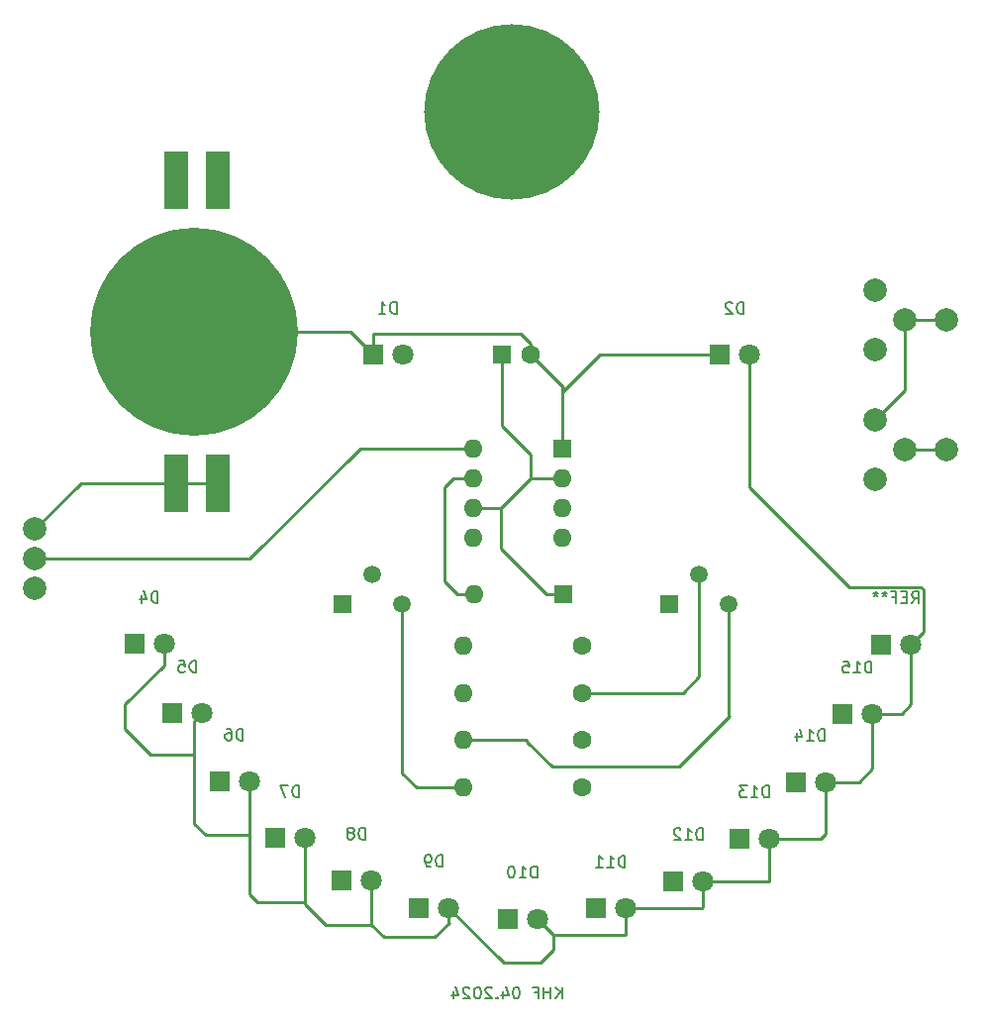
<source format=gbr>
%TF.GenerationSoftware,KiCad,Pcbnew,7.0.8*%
%TF.CreationDate,2024-04-06T10:04:34+02:00*%
%TF.ProjectId,Smiley,536d696c-6579-42e6-9b69-6361645f7063,rev?*%
%TF.SameCoordinates,Original*%
%TF.FileFunction,Copper,L2,Bot*%
%TF.FilePolarity,Positive*%
%FSLAX46Y46*%
G04 Gerber Fmt 4.6, Leading zero omitted, Abs format (unit mm)*
G04 Created by KiCad (PCBNEW 7.0.8) date 2024-04-06 10:04:34*
%MOMM*%
%LPD*%
G01*
G04 APERTURE LIST*
%ADD10C,0.150000*%
%TA.AperFunction,NonConductor*%
%ADD11C,0.150000*%
%TD*%
%TA.AperFunction,SMDPad,CuDef*%
%ADD12C,15.000000*%
%TD*%
%TA.AperFunction,ComponentPad*%
%ADD13R,1.800000X1.800000*%
%TD*%
%TA.AperFunction,ComponentPad*%
%ADD14C,1.800000*%
%TD*%
%TA.AperFunction,SMDPad,CuDef*%
%ADD15R,2.000000X5.000000*%
%TD*%
%TA.AperFunction,SMDPad,CuDef*%
%ADD16C,17.780000*%
%TD*%
%TA.AperFunction,ComponentPad*%
%ADD17R,1.600000X1.600000*%
%TD*%
%TA.AperFunction,ComponentPad*%
%ADD18O,1.600000X1.600000*%
%TD*%
%TA.AperFunction,ComponentPad*%
%ADD19R,1.500000X1.500000*%
%TD*%
%TA.AperFunction,ComponentPad*%
%ADD20C,1.500000*%
%TD*%
%TA.AperFunction,ComponentPad*%
%ADD21C,2.000000*%
%TD*%
%TA.AperFunction,ComponentPad*%
%ADD22C,1.600000*%
%TD*%
%TA.AperFunction,Conductor*%
%ADD23C,0.250000*%
%TD*%
G04 APERTURE END LIST*
D10*
D11*
X84063220Y-105969819D02*
X84063220Y-104969819D01*
X83491792Y-105969819D02*
X83920363Y-105398390D01*
X83491792Y-104969819D02*
X84063220Y-105541247D01*
X83063220Y-105969819D02*
X83063220Y-104969819D01*
X83063220Y-105446009D02*
X82491792Y-105446009D01*
X82491792Y-105969819D02*
X82491792Y-104969819D01*
X81682268Y-105446009D02*
X82015601Y-105446009D01*
X82015601Y-105969819D02*
X82015601Y-104969819D01*
X82015601Y-104969819D02*
X81539411Y-104969819D01*
X80206077Y-104969819D02*
X80110839Y-104969819D01*
X80110839Y-104969819D02*
X80015601Y-105017438D01*
X80015601Y-105017438D02*
X79967982Y-105065057D01*
X79967982Y-105065057D02*
X79920363Y-105160295D01*
X79920363Y-105160295D02*
X79872744Y-105350771D01*
X79872744Y-105350771D02*
X79872744Y-105588866D01*
X79872744Y-105588866D02*
X79920363Y-105779342D01*
X79920363Y-105779342D02*
X79967982Y-105874580D01*
X79967982Y-105874580D02*
X80015601Y-105922200D01*
X80015601Y-105922200D02*
X80110839Y-105969819D01*
X80110839Y-105969819D02*
X80206077Y-105969819D01*
X80206077Y-105969819D02*
X80301315Y-105922200D01*
X80301315Y-105922200D02*
X80348934Y-105874580D01*
X80348934Y-105874580D02*
X80396553Y-105779342D01*
X80396553Y-105779342D02*
X80444172Y-105588866D01*
X80444172Y-105588866D02*
X80444172Y-105350771D01*
X80444172Y-105350771D02*
X80396553Y-105160295D01*
X80396553Y-105160295D02*
X80348934Y-105065057D01*
X80348934Y-105065057D02*
X80301315Y-105017438D01*
X80301315Y-105017438D02*
X80206077Y-104969819D01*
X79015601Y-105303152D02*
X79015601Y-105969819D01*
X79253696Y-104922200D02*
X79491791Y-105636485D01*
X79491791Y-105636485D02*
X78872744Y-105636485D01*
X78491791Y-105874580D02*
X78444172Y-105922200D01*
X78444172Y-105922200D02*
X78491791Y-105969819D01*
X78491791Y-105969819D02*
X78539410Y-105922200D01*
X78539410Y-105922200D02*
X78491791Y-105874580D01*
X78491791Y-105874580D02*
X78491791Y-105969819D01*
X78063220Y-105065057D02*
X78015601Y-105017438D01*
X78015601Y-105017438D02*
X77920363Y-104969819D01*
X77920363Y-104969819D02*
X77682268Y-104969819D01*
X77682268Y-104969819D02*
X77587030Y-105017438D01*
X77587030Y-105017438D02*
X77539411Y-105065057D01*
X77539411Y-105065057D02*
X77491792Y-105160295D01*
X77491792Y-105160295D02*
X77491792Y-105255533D01*
X77491792Y-105255533D02*
X77539411Y-105398390D01*
X77539411Y-105398390D02*
X78110839Y-105969819D01*
X78110839Y-105969819D02*
X77491792Y-105969819D01*
X76872744Y-104969819D02*
X76777506Y-104969819D01*
X76777506Y-104969819D02*
X76682268Y-105017438D01*
X76682268Y-105017438D02*
X76634649Y-105065057D01*
X76634649Y-105065057D02*
X76587030Y-105160295D01*
X76587030Y-105160295D02*
X76539411Y-105350771D01*
X76539411Y-105350771D02*
X76539411Y-105588866D01*
X76539411Y-105588866D02*
X76587030Y-105779342D01*
X76587030Y-105779342D02*
X76634649Y-105874580D01*
X76634649Y-105874580D02*
X76682268Y-105922200D01*
X76682268Y-105922200D02*
X76777506Y-105969819D01*
X76777506Y-105969819D02*
X76872744Y-105969819D01*
X76872744Y-105969819D02*
X76967982Y-105922200D01*
X76967982Y-105922200D02*
X77015601Y-105874580D01*
X77015601Y-105874580D02*
X77063220Y-105779342D01*
X77063220Y-105779342D02*
X77110839Y-105588866D01*
X77110839Y-105588866D02*
X77110839Y-105350771D01*
X77110839Y-105350771D02*
X77063220Y-105160295D01*
X77063220Y-105160295D02*
X77015601Y-105065057D01*
X77015601Y-105065057D02*
X76967982Y-105017438D01*
X76967982Y-105017438D02*
X76872744Y-104969819D01*
X76158458Y-105065057D02*
X76110839Y-105017438D01*
X76110839Y-105017438D02*
X76015601Y-104969819D01*
X76015601Y-104969819D02*
X75777506Y-104969819D01*
X75777506Y-104969819D02*
X75682268Y-105017438D01*
X75682268Y-105017438D02*
X75634649Y-105065057D01*
X75634649Y-105065057D02*
X75587030Y-105160295D01*
X75587030Y-105160295D02*
X75587030Y-105255533D01*
X75587030Y-105255533D02*
X75634649Y-105398390D01*
X75634649Y-105398390D02*
X76206077Y-105969819D01*
X76206077Y-105969819D02*
X75587030Y-105969819D01*
X74729887Y-105303152D02*
X74729887Y-105969819D01*
X74967982Y-104922200D02*
X75206077Y-105636485D01*
X75206077Y-105636485D02*
X74587030Y-105636485D01*
D10*
D11*
X113983333Y-72164819D02*
X114316666Y-71688628D01*
X114554761Y-72164819D02*
X114554761Y-71164819D01*
X114554761Y-71164819D02*
X114173809Y-71164819D01*
X114173809Y-71164819D02*
X114078571Y-71212438D01*
X114078571Y-71212438D02*
X114030952Y-71260057D01*
X114030952Y-71260057D02*
X113983333Y-71355295D01*
X113983333Y-71355295D02*
X113983333Y-71498152D01*
X113983333Y-71498152D02*
X114030952Y-71593390D01*
X114030952Y-71593390D02*
X114078571Y-71641009D01*
X114078571Y-71641009D02*
X114173809Y-71688628D01*
X114173809Y-71688628D02*
X114554761Y-71688628D01*
X113554761Y-71641009D02*
X113221428Y-71641009D01*
X113078571Y-72164819D02*
X113554761Y-72164819D01*
X113554761Y-72164819D02*
X113554761Y-71164819D01*
X113554761Y-71164819D02*
X113078571Y-71164819D01*
X112316666Y-71641009D02*
X112649999Y-71641009D01*
X112649999Y-72164819D02*
X112649999Y-71164819D01*
X112649999Y-71164819D02*
X112173809Y-71164819D01*
X111649999Y-71164819D02*
X111649999Y-71402914D01*
X111888094Y-71307676D02*
X111649999Y-71402914D01*
X111649999Y-71402914D02*
X111411904Y-71307676D01*
X111792856Y-71593390D02*
X111649999Y-71402914D01*
X111649999Y-71402914D02*
X111507142Y-71593390D01*
X110888094Y-71164819D02*
X110888094Y-71402914D01*
X111126189Y-71307676D02*
X110888094Y-71402914D01*
X110888094Y-71402914D02*
X110649999Y-71307676D01*
X111030951Y-71593390D02*
X110888094Y-71402914D01*
X110888094Y-71402914D02*
X110745237Y-71593390D01*
D10*
D11*
X110534285Y-78114819D02*
X110534285Y-77114819D01*
X110534285Y-77114819D02*
X110296190Y-77114819D01*
X110296190Y-77114819D02*
X110153333Y-77162438D01*
X110153333Y-77162438D02*
X110058095Y-77257676D01*
X110058095Y-77257676D02*
X110010476Y-77352914D01*
X110010476Y-77352914D02*
X109962857Y-77543390D01*
X109962857Y-77543390D02*
X109962857Y-77686247D01*
X109962857Y-77686247D02*
X110010476Y-77876723D01*
X110010476Y-77876723D02*
X110058095Y-77971961D01*
X110058095Y-77971961D02*
X110153333Y-78067200D01*
X110153333Y-78067200D02*
X110296190Y-78114819D01*
X110296190Y-78114819D02*
X110534285Y-78114819D01*
X109010476Y-78114819D02*
X109581904Y-78114819D01*
X109296190Y-78114819D02*
X109296190Y-77114819D01*
X109296190Y-77114819D02*
X109391428Y-77257676D01*
X109391428Y-77257676D02*
X109486666Y-77352914D01*
X109486666Y-77352914D02*
X109581904Y-77400533D01*
X108105714Y-77114819D02*
X108581904Y-77114819D01*
X108581904Y-77114819D02*
X108629523Y-77591009D01*
X108629523Y-77591009D02*
X108581904Y-77543390D01*
X108581904Y-77543390D02*
X108486666Y-77495771D01*
X108486666Y-77495771D02*
X108248571Y-77495771D01*
X108248571Y-77495771D02*
X108153333Y-77543390D01*
X108153333Y-77543390D02*
X108105714Y-77591009D01*
X108105714Y-77591009D02*
X108058095Y-77686247D01*
X108058095Y-77686247D02*
X108058095Y-77924342D01*
X108058095Y-77924342D02*
X108105714Y-78019580D01*
X108105714Y-78019580D02*
X108153333Y-78067200D01*
X108153333Y-78067200D02*
X108248571Y-78114819D01*
X108248571Y-78114819D02*
X108486666Y-78114819D01*
X108486666Y-78114819D02*
X108581904Y-78067200D01*
X108581904Y-78067200D02*
X108629523Y-78019580D01*
D10*
D11*
X106504285Y-83924819D02*
X106504285Y-82924819D01*
X106504285Y-82924819D02*
X106266190Y-82924819D01*
X106266190Y-82924819D02*
X106123333Y-82972438D01*
X106123333Y-82972438D02*
X106028095Y-83067676D01*
X106028095Y-83067676D02*
X105980476Y-83162914D01*
X105980476Y-83162914D02*
X105932857Y-83353390D01*
X105932857Y-83353390D02*
X105932857Y-83496247D01*
X105932857Y-83496247D02*
X105980476Y-83686723D01*
X105980476Y-83686723D02*
X106028095Y-83781961D01*
X106028095Y-83781961D02*
X106123333Y-83877200D01*
X106123333Y-83877200D02*
X106266190Y-83924819D01*
X106266190Y-83924819D02*
X106504285Y-83924819D01*
X104980476Y-83924819D02*
X105551904Y-83924819D01*
X105266190Y-83924819D02*
X105266190Y-82924819D01*
X105266190Y-82924819D02*
X105361428Y-83067676D01*
X105361428Y-83067676D02*
X105456666Y-83162914D01*
X105456666Y-83162914D02*
X105551904Y-83210533D01*
X104123333Y-83258152D02*
X104123333Y-83924819D01*
X104361428Y-82877200D02*
X104599523Y-83591485D01*
X104599523Y-83591485D02*
X103980476Y-83591485D01*
D10*
D11*
X101739285Y-88754819D02*
X101739285Y-87754819D01*
X101739285Y-87754819D02*
X101501190Y-87754819D01*
X101501190Y-87754819D02*
X101358333Y-87802438D01*
X101358333Y-87802438D02*
X101263095Y-87897676D01*
X101263095Y-87897676D02*
X101215476Y-87992914D01*
X101215476Y-87992914D02*
X101167857Y-88183390D01*
X101167857Y-88183390D02*
X101167857Y-88326247D01*
X101167857Y-88326247D02*
X101215476Y-88516723D01*
X101215476Y-88516723D02*
X101263095Y-88611961D01*
X101263095Y-88611961D02*
X101358333Y-88707200D01*
X101358333Y-88707200D02*
X101501190Y-88754819D01*
X101501190Y-88754819D02*
X101739285Y-88754819D01*
X100215476Y-88754819D02*
X100786904Y-88754819D01*
X100501190Y-88754819D02*
X100501190Y-87754819D01*
X100501190Y-87754819D02*
X100596428Y-87897676D01*
X100596428Y-87897676D02*
X100691666Y-87992914D01*
X100691666Y-87992914D02*
X100786904Y-88040533D01*
X99882142Y-87754819D02*
X99263095Y-87754819D01*
X99263095Y-87754819D02*
X99596428Y-88135771D01*
X99596428Y-88135771D02*
X99453571Y-88135771D01*
X99453571Y-88135771D02*
X99358333Y-88183390D01*
X99358333Y-88183390D02*
X99310714Y-88231009D01*
X99310714Y-88231009D02*
X99263095Y-88326247D01*
X99263095Y-88326247D02*
X99263095Y-88564342D01*
X99263095Y-88564342D02*
X99310714Y-88659580D01*
X99310714Y-88659580D02*
X99358333Y-88707200D01*
X99358333Y-88707200D02*
X99453571Y-88754819D01*
X99453571Y-88754819D02*
X99739285Y-88754819D01*
X99739285Y-88754819D02*
X99834523Y-88707200D01*
X99834523Y-88707200D02*
X99882142Y-88659580D01*
D10*
D11*
X96084285Y-92404819D02*
X96084285Y-91404819D01*
X96084285Y-91404819D02*
X95846190Y-91404819D01*
X95846190Y-91404819D02*
X95703333Y-91452438D01*
X95703333Y-91452438D02*
X95608095Y-91547676D01*
X95608095Y-91547676D02*
X95560476Y-91642914D01*
X95560476Y-91642914D02*
X95512857Y-91833390D01*
X95512857Y-91833390D02*
X95512857Y-91976247D01*
X95512857Y-91976247D02*
X95560476Y-92166723D01*
X95560476Y-92166723D02*
X95608095Y-92261961D01*
X95608095Y-92261961D02*
X95703333Y-92357200D01*
X95703333Y-92357200D02*
X95846190Y-92404819D01*
X95846190Y-92404819D02*
X96084285Y-92404819D01*
X94560476Y-92404819D02*
X95131904Y-92404819D01*
X94846190Y-92404819D02*
X94846190Y-91404819D01*
X94846190Y-91404819D02*
X94941428Y-91547676D01*
X94941428Y-91547676D02*
X95036666Y-91642914D01*
X95036666Y-91642914D02*
X95131904Y-91690533D01*
X94179523Y-91500057D02*
X94131904Y-91452438D01*
X94131904Y-91452438D02*
X94036666Y-91404819D01*
X94036666Y-91404819D02*
X93798571Y-91404819D01*
X93798571Y-91404819D02*
X93703333Y-91452438D01*
X93703333Y-91452438D02*
X93655714Y-91500057D01*
X93655714Y-91500057D02*
X93608095Y-91595295D01*
X93608095Y-91595295D02*
X93608095Y-91690533D01*
X93608095Y-91690533D02*
X93655714Y-91833390D01*
X93655714Y-91833390D02*
X94227142Y-92404819D01*
X94227142Y-92404819D02*
X93608095Y-92404819D01*
D10*
D11*
X89444285Y-94734819D02*
X89444285Y-93734819D01*
X89444285Y-93734819D02*
X89206190Y-93734819D01*
X89206190Y-93734819D02*
X89063333Y-93782438D01*
X89063333Y-93782438D02*
X88968095Y-93877676D01*
X88968095Y-93877676D02*
X88920476Y-93972914D01*
X88920476Y-93972914D02*
X88872857Y-94163390D01*
X88872857Y-94163390D02*
X88872857Y-94306247D01*
X88872857Y-94306247D02*
X88920476Y-94496723D01*
X88920476Y-94496723D02*
X88968095Y-94591961D01*
X88968095Y-94591961D02*
X89063333Y-94687200D01*
X89063333Y-94687200D02*
X89206190Y-94734819D01*
X89206190Y-94734819D02*
X89444285Y-94734819D01*
X87920476Y-94734819D02*
X88491904Y-94734819D01*
X88206190Y-94734819D02*
X88206190Y-93734819D01*
X88206190Y-93734819D02*
X88301428Y-93877676D01*
X88301428Y-93877676D02*
X88396666Y-93972914D01*
X88396666Y-93972914D02*
X88491904Y-94020533D01*
X86968095Y-94734819D02*
X87539523Y-94734819D01*
X87253809Y-94734819D02*
X87253809Y-93734819D01*
X87253809Y-93734819D02*
X87349047Y-93877676D01*
X87349047Y-93877676D02*
X87444285Y-93972914D01*
X87444285Y-93972914D02*
X87539523Y-94020533D01*
D10*
D11*
X81924285Y-95634819D02*
X81924285Y-94634819D01*
X81924285Y-94634819D02*
X81686190Y-94634819D01*
X81686190Y-94634819D02*
X81543333Y-94682438D01*
X81543333Y-94682438D02*
X81448095Y-94777676D01*
X81448095Y-94777676D02*
X81400476Y-94872914D01*
X81400476Y-94872914D02*
X81352857Y-95063390D01*
X81352857Y-95063390D02*
X81352857Y-95206247D01*
X81352857Y-95206247D02*
X81400476Y-95396723D01*
X81400476Y-95396723D02*
X81448095Y-95491961D01*
X81448095Y-95491961D02*
X81543333Y-95587200D01*
X81543333Y-95587200D02*
X81686190Y-95634819D01*
X81686190Y-95634819D02*
X81924285Y-95634819D01*
X80400476Y-95634819D02*
X80971904Y-95634819D01*
X80686190Y-95634819D02*
X80686190Y-94634819D01*
X80686190Y-94634819D02*
X80781428Y-94777676D01*
X80781428Y-94777676D02*
X80876666Y-94872914D01*
X80876666Y-94872914D02*
X80971904Y-94920533D01*
X79781428Y-94634819D02*
X79686190Y-94634819D01*
X79686190Y-94634819D02*
X79590952Y-94682438D01*
X79590952Y-94682438D02*
X79543333Y-94730057D01*
X79543333Y-94730057D02*
X79495714Y-94825295D01*
X79495714Y-94825295D02*
X79448095Y-95015771D01*
X79448095Y-95015771D02*
X79448095Y-95253866D01*
X79448095Y-95253866D02*
X79495714Y-95444342D01*
X79495714Y-95444342D02*
X79543333Y-95539580D01*
X79543333Y-95539580D02*
X79590952Y-95587200D01*
X79590952Y-95587200D02*
X79686190Y-95634819D01*
X79686190Y-95634819D02*
X79781428Y-95634819D01*
X79781428Y-95634819D02*
X79876666Y-95587200D01*
X79876666Y-95587200D02*
X79924285Y-95539580D01*
X79924285Y-95539580D02*
X79971904Y-95444342D01*
X79971904Y-95444342D02*
X80019523Y-95253866D01*
X80019523Y-95253866D02*
X80019523Y-95015771D01*
X80019523Y-95015771D02*
X79971904Y-94825295D01*
X79971904Y-94825295D02*
X79924285Y-94730057D01*
X79924285Y-94730057D02*
X79876666Y-94682438D01*
X79876666Y-94682438D02*
X79781428Y-94634819D01*
D10*
D11*
X73838094Y-94684819D02*
X73838094Y-93684819D01*
X73838094Y-93684819D02*
X73599999Y-93684819D01*
X73599999Y-93684819D02*
X73457142Y-93732438D01*
X73457142Y-93732438D02*
X73361904Y-93827676D01*
X73361904Y-93827676D02*
X73314285Y-93922914D01*
X73314285Y-93922914D02*
X73266666Y-94113390D01*
X73266666Y-94113390D02*
X73266666Y-94256247D01*
X73266666Y-94256247D02*
X73314285Y-94446723D01*
X73314285Y-94446723D02*
X73361904Y-94541961D01*
X73361904Y-94541961D02*
X73457142Y-94637200D01*
X73457142Y-94637200D02*
X73599999Y-94684819D01*
X73599999Y-94684819D02*
X73838094Y-94684819D01*
X72790475Y-94684819D02*
X72599999Y-94684819D01*
X72599999Y-94684819D02*
X72504761Y-94637200D01*
X72504761Y-94637200D02*
X72457142Y-94589580D01*
X72457142Y-94589580D02*
X72361904Y-94446723D01*
X72361904Y-94446723D02*
X72314285Y-94256247D01*
X72314285Y-94256247D02*
X72314285Y-93875295D01*
X72314285Y-93875295D02*
X72361904Y-93780057D01*
X72361904Y-93780057D02*
X72409523Y-93732438D01*
X72409523Y-93732438D02*
X72504761Y-93684819D01*
X72504761Y-93684819D02*
X72695237Y-93684819D01*
X72695237Y-93684819D02*
X72790475Y-93732438D01*
X72790475Y-93732438D02*
X72838094Y-93780057D01*
X72838094Y-93780057D02*
X72885713Y-93875295D01*
X72885713Y-93875295D02*
X72885713Y-94113390D01*
X72885713Y-94113390D02*
X72838094Y-94208628D01*
X72838094Y-94208628D02*
X72790475Y-94256247D01*
X72790475Y-94256247D02*
X72695237Y-94303866D01*
X72695237Y-94303866D02*
X72504761Y-94303866D01*
X72504761Y-94303866D02*
X72409523Y-94256247D01*
X72409523Y-94256247D02*
X72361904Y-94208628D01*
X72361904Y-94208628D02*
X72314285Y-94113390D01*
D10*
D11*
X67218094Y-92344819D02*
X67218094Y-91344819D01*
X67218094Y-91344819D02*
X66979999Y-91344819D01*
X66979999Y-91344819D02*
X66837142Y-91392438D01*
X66837142Y-91392438D02*
X66741904Y-91487676D01*
X66741904Y-91487676D02*
X66694285Y-91582914D01*
X66694285Y-91582914D02*
X66646666Y-91773390D01*
X66646666Y-91773390D02*
X66646666Y-91916247D01*
X66646666Y-91916247D02*
X66694285Y-92106723D01*
X66694285Y-92106723D02*
X66741904Y-92201961D01*
X66741904Y-92201961D02*
X66837142Y-92297200D01*
X66837142Y-92297200D02*
X66979999Y-92344819D01*
X66979999Y-92344819D02*
X67218094Y-92344819D01*
X66075237Y-91773390D02*
X66170475Y-91725771D01*
X66170475Y-91725771D02*
X66218094Y-91678152D01*
X66218094Y-91678152D02*
X66265713Y-91582914D01*
X66265713Y-91582914D02*
X66265713Y-91535295D01*
X66265713Y-91535295D02*
X66218094Y-91440057D01*
X66218094Y-91440057D02*
X66170475Y-91392438D01*
X66170475Y-91392438D02*
X66075237Y-91344819D01*
X66075237Y-91344819D02*
X65884761Y-91344819D01*
X65884761Y-91344819D02*
X65789523Y-91392438D01*
X65789523Y-91392438D02*
X65741904Y-91440057D01*
X65741904Y-91440057D02*
X65694285Y-91535295D01*
X65694285Y-91535295D02*
X65694285Y-91582914D01*
X65694285Y-91582914D02*
X65741904Y-91678152D01*
X65741904Y-91678152D02*
X65789523Y-91725771D01*
X65789523Y-91725771D02*
X65884761Y-91773390D01*
X65884761Y-91773390D02*
X66075237Y-91773390D01*
X66075237Y-91773390D02*
X66170475Y-91821009D01*
X66170475Y-91821009D02*
X66218094Y-91868628D01*
X66218094Y-91868628D02*
X66265713Y-91963866D01*
X66265713Y-91963866D02*
X66265713Y-92154342D01*
X66265713Y-92154342D02*
X66218094Y-92249580D01*
X66218094Y-92249580D02*
X66170475Y-92297200D01*
X66170475Y-92297200D02*
X66075237Y-92344819D01*
X66075237Y-92344819D02*
X65884761Y-92344819D01*
X65884761Y-92344819D02*
X65789523Y-92297200D01*
X65789523Y-92297200D02*
X65741904Y-92249580D01*
X65741904Y-92249580D02*
X65694285Y-92154342D01*
X65694285Y-92154342D02*
X65694285Y-91963866D01*
X65694285Y-91963866D02*
X65741904Y-91868628D01*
X65741904Y-91868628D02*
X65789523Y-91821009D01*
X65789523Y-91821009D02*
X65884761Y-91773390D01*
D10*
D11*
X61558094Y-88724819D02*
X61558094Y-87724819D01*
X61558094Y-87724819D02*
X61319999Y-87724819D01*
X61319999Y-87724819D02*
X61177142Y-87772438D01*
X61177142Y-87772438D02*
X61081904Y-87867676D01*
X61081904Y-87867676D02*
X61034285Y-87962914D01*
X61034285Y-87962914D02*
X60986666Y-88153390D01*
X60986666Y-88153390D02*
X60986666Y-88296247D01*
X60986666Y-88296247D02*
X61034285Y-88486723D01*
X61034285Y-88486723D02*
X61081904Y-88581961D01*
X61081904Y-88581961D02*
X61177142Y-88677200D01*
X61177142Y-88677200D02*
X61319999Y-88724819D01*
X61319999Y-88724819D02*
X61558094Y-88724819D01*
X60653332Y-87724819D02*
X59986666Y-87724819D01*
X59986666Y-87724819D02*
X60415237Y-88724819D01*
D10*
D11*
X56773094Y-83874819D02*
X56773094Y-82874819D01*
X56773094Y-82874819D02*
X56534999Y-82874819D01*
X56534999Y-82874819D02*
X56392142Y-82922438D01*
X56392142Y-82922438D02*
X56296904Y-83017676D01*
X56296904Y-83017676D02*
X56249285Y-83112914D01*
X56249285Y-83112914D02*
X56201666Y-83303390D01*
X56201666Y-83303390D02*
X56201666Y-83446247D01*
X56201666Y-83446247D02*
X56249285Y-83636723D01*
X56249285Y-83636723D02*
X56296904Y-83731961D01*
X56296904Y-83731961D02*
X56392142Y-83827200D01*
X56392142Y-83827200D02*
X56534999Y-83874819D01*
X56534999Y-83874819D02*
X56773094Y-83874819D01*
X55344523Y-82874819D02*
X55534999Y-82874819D01*
X55534999Y-82874819D02*
X55630237Y-82922438D01*
X55630237Y-82922438D02*
X55677856Y-82970057D01*
X55677856Y-82970057D02*
X55773094Y-83112914D01*
X55773094Y-83112914D02*
X55820713Y-83303390D01*
X55820713Y-83303390D02*
X55820713Y-83684342D01*
X55820713Y-83684342D02*
X55773094Y-83779580D01*
X55773094Y-83779580D02*
X55725475Y-83827200D01*
X55725475Y-83827200D02*
X55630237Y-83874819D01*
X55630237Y-83874819D02*
X55439761Y-83874819D01*
X55439761Y-83874819D02*
X55344523Y-83827200D01*
X55344523Y-83827200D02*
X55296904Y-83779580D01*
X55296904Y-83779580D02*
X55249285Y-83684342D01*
X55249285Y-83684342D02*
X55249285Y-83446247D01*
X55249285Y-83446247D02*
X55296904Y-83351009D01*
X55296904Y-83351009D02*
X55344523Y-83303390D01*
X55344523Y-83303390D02*
X55439761Y-83255771D01*
X55439761Y-83255771D02*
X55630237Y-83255771D01*
X55630237Y-83255771D02*
X55725475Y-83303390D01*
X55725475Y-83303390D02*
X55773094Y-83351009D01*
X55773094Y-83351009D02*
X55820713Y-83446247D01*
D10*
D11*
X52768094Y-78054819D02*
X52768094Y-77054819D01*
X52768094Y-77054819D02*
X52529999Y-77054819D01*
X52529999Y-77054819D02*
X52387142Y-77102438D01*
X52387142Y-77102438D02*
X52291904Y-77197676D01*
X52291904Y-77197676D02*
X52244285Y-77292914D01*
X52244285Y-77292914D02*
X52196666Y-77483390D01*
X52196666Y-77483390D02*
X52196666Y-77626247D01*
X52196666Y-77626247D02*
X52244285Y-77816723D01*
X52244285Y-77816723D02*
X52291904Y-77911961D01*
X52291904Y-77911961D02*
X52387142Y-78007200D01*
X52387142Y-78007200D02*
X52529999Y-78054819D01*
X52529999Y-78054819D02*
X52768094Y-78054819D01*
X51291904Y-77054819D02*
X51768094Y-77054819D01*
X51768094Y-77054819D02*
X51815713Y-77531009D01*
X51815713Y-77531009D02*
X51768094Y-77483390D01*
X51768094Y-77483390D02*
X51672856Y-77435771D01*
X51672856Y-77435771D02*
X51434761Y-77435771D01*
X51434761Y-77435771D02*
X51339523Y-77483390D01*
X51339523Y-77483390D02*
X51291904Y-77531009D01*
X51291904Y-77531009D02*
X51244285Y-77626247D01*
X51244285Y-77626247D02*
X51244285Y-77864342D01*
X51244285Y-77864342D02*
X51291904Y-77959580D01*
X51291904Y-77959580D02*
X51339523Y-78007200D01*
X51339523Y-78007200D02*
X51434761Y-78054819D01*
X51434761Y-78054819D02*
X51672856Y-78054819D01*
X51672856Y-78054819D02*
X51768094Y-78007200D01*
X51768094Y-78007200D02*
X51815713Y-77959580D01*
D10*
D11*
X49488094Y-72124819D02*
X49488094Y-71124819D01*
X49488094Y-71124819D02*
X49249999Y-71124819D01*
X49249999Y-71124819D02*
X49107142Y-71172438D01*
X49107142Y-71172438D02*
X49011904Y-71267676D01*
X49011904Y-71267676D02*
X48964285Y-71362914D01*
X48964285Y-71362914D02*
X48916666Y-71553390D01*
X48916666Y-71553390D02*
X48916666Y-71696247D01*
X48916666Y-71696247D02*
X48964285Y-71886723D01*
X48964285Y-71886723D02*
X49011904Y-71981961D01*
X49011904Y-71981961D02*
X49107142Y-72077200D01*
X49107142Y-72077200D02*
X49249999Y-72124819D01*
X49249999Y-72124819D02*
X49488094Y-72124819D01*
X48059523Y-71458152D02*
X48059523Y-72124819D01*
X48297618Y-71077200D02*
X48535713Y-71791485D01*
X48535713Y-71791485D02*
X47916666Y-71791485D01*
D10*
D11*
X99558094Y-47424819D02*
X99558094Y-46424819D01*
X99558094Y-46424819D02*
X99319999Y-46424819D01*
X99319999Y-46424819D02*
X99177142Y-46472438D01*
X99177142Y-46472438D02*
X99081904Y-46567676D01*
X99081904Y-46567676D02*
X99034285Y-46662914D01*
X99034285Y-46662914D02*
X98986666Y-46853390D01*
X98986666Y-46853390D02*
X98986666Y-46996247D01*
X98986666Y-46996247D02*
X99034285Y-47186723D01*
X99034285Y-47186723D02*
X99081904Y-47281961D01*
X99081904Y-47281961D02*
X99177142Y-47377200D01*
X99177142Y-47377200D02*
X99319999Y-47424819D01*
X99319999Y-47424819D02*
X99558094Y-47424819D01*
X98605713Y-46520057D02*
X98558094Y-46472438D01*
X98558094Y-46472438D02*
X98462856Y-46424819D01*
X98462856Y-46424819D02*
X98224761Y-46424819D01*
X98224761Y-46424819D02*
X98129523Y-46472438D01*
X98129523Y-46472438D02*
X98081904Y-46520057D01*
X98081904Y-46520057D02*
X98034285Y-46615295D01*
X98034285Y-46615295D02*
X98034285Y-46710533D01*
X98034285Y-46710533D02*
X98081904Y-46853390D01*
X98081904Y-46853390D02*
X98653332Y-47424819D01*
X98653332Y-47424819D02*
X98034285Y-47424819D01*
D10*
D11*
X69913094Y-47384819D02*
X69913094Y-46384819D01*
X69913094Y-46384819D02*
X69674999Y-46384819D01*
X69674999Y-46384819D02*
X69532142Y-46432438D01*
X69532142Y-46432438D02*
X69436904Y-46527676D01*
X69436904Y-46527676D02*
X69389285Y-46622914D01*
X69389285Y-46622914D02*
X69341666Y-46813390D01*
X69341666Y-46813390D02*
X69341666Y-46956247D01*
X69341666Y-46956247D02*
X69389285Y-47146723D01*
X69389285Y-47146723D02*
X69436904Y-47241961D01*
X69436904Y-47241961D02*
X69532142Y-47337200D01*
X69532142Y-47337200D02*
X69674999Y-47384819D01*
X69674999Y-47384819D02*
X69913094Y-47384819D01*
X68389285Y-47384819D02*
X68960713Y-47384819D01*
X68674999Y-47384819D02*
X68674999Y-46384819D01*
X68674999Y-46384819D02*
X68770237Y-46527676D01*
X68770237Y-46527676D02*
X68865475Y-46622914D01*
X68865475Y-46622914D02*
X68960713Y-46670533D01*
D12*
%TO.P,LP_rund,1*%
%TO.N,N/C*%
X79760000Y-30150000D03*
%TD*%
D13*
%TO.P,REF\u002A\u002A,1*%
%TO.N,Net-(D1-K)*%
X111380000Y-75670000D03*
D14*
%TO.P,REF\u002A\u002A,2*%
%TO.N,Net-(D1-A)*%
X113920000Y-75670000D03*
%TD*%
D15*
%TO.P,U2,*%
%TO.N,*%
X51046000Y-35986000D03*
X54602000Y-35986000D03*
%TO.P,U2,1*%
%TO.N,Net-(S1-A-Pad1)*%
X51046000Y-61880000D03*
X54602000Y-61880000D03*
D16*
%TO.P,U2,2*%
%TO.N,Net-(D1-K)*%
X52570000Y-48940000D03*
%TD*%
D17*
%TO.P,U1,1,GND*%
%TO.N,Net-(D1-K)*%
X84100000Y-58900000D03*
D18*
%TO.P,U1,2,TR*%
%TO.N,Net-(D3-K)*%
X84100000Y-61440000D03*
%TO.P,U1,3,Q*%
%TO.N,unconnected-(U1-Q-Pad3)*%
X84100000Y-63980000D03*
%TO.P,U1,4,R*%
%TO.N,Net-(S1-E)*%
X84100000Y-66520000D03*
%TO.P,U1,5,CV*%
%TO.N,unconnected-(U1-CV-Pad5)*%
X76480000Y-66520000D03*
%TO.P,U1,6,THR*%
%TO.N,Net-(D3-K)*%
X76480000Y-63980000D03*
%TO.P,U1,7,DIS*%
%TO.N,Net-(D3-A)*%
X76480000Y-61440000D03*
%TO.P,U1,8,VCC*%
%TO.N,Net-(S1-E)*%
X76480000Y-58900000D03*
%TD*%
D19*
%TO.P,T2,1,E*%
%TO.N,Net-(D1-A)*%
X65320000Y-72260000D03*
D20*
%TO.P,T2,2,B*%
%TO.N,Net-(T1-C)*%
X67860000Y-69720000D03*
%TO.P,T2,3,C*%
%TO.N,Net-(T2-C)*%
X70400000Y-72260000D03*
%TD*%
%TO.P,T1,3,C*%
%TO.N,Net-(T1-C)*%
X98320000Y-72260000D03*
%TO.P,T1,2,B*%
%TO.N,Net-(T1-B)*%
X95780000Y-69720000D03*
D19*
%TO.P,T1,1,E*%
%TO.N,Net-(D1-K)*%
X93240000Y-72260000D03*
%TD*%
D21*
%TO.P,S1,1,A*%
%TO.N,Net-(S1-A-Pad1)*%
X38990000Y-65810000D03*
%TO.P,S1,2,E*%
%TO.N,Net-(S1-E)*%
X38990000Y-68350000D03*
%TO.P,S1,3,A*%
%TO.N,unconnected-(S1-A-Pad3)*%
X38990000Y-70890000D03*
%TD*%
D18*
%TO.P,R6,2*%
%TO.N,Net-(T2-C)*%
X75620000Y-87910000D03*
D22*
%TO.P,R6,1*%
%TO.N,Net-(S1-E)*%
X85780000Y-87910000D03*
%TD*%
%TO.P,R5,1*%
%TO.N,Net-(S1-E)*%
X85780000Y-83860000D03*
D18*
%TO.P,R5,2*%
%TO.N,Net-(T1-C)*%
X75620000Y-83860000D03*
%TD*%
D22*
%TO.P,R4,1*%
%TO.N,Net-(T1-B)*%
X85780000Y-79810000D03*
D18*
%TO.P,R4,2*%
%TO.N,Net-(D1-K)*%
X75620000Y-79810000D03*
%TD*%
D22*
%TO.P,R3,1*%
%TO.N,Net-(D3-K)*%
X85780000Y-75760000D03*
D18*
%TO.P,R3,2*%
%TO.N,Net-(T1-B)*%
X75620000Y-75760000D03*
%TD*%
D21*
%TO.P,P2,1,1*%
%TO.N,Net-(D3-A)*%
X110840000Y-56500000D03*
%TO.P,P2,2,2*%
%TO.N,unconnected-(P2-Pad2)*%
X110840000Y-61580000D03*
%TO.P,P2,3,3*%
%TO.N,Net-(D3-K)*%
X116936000Y-59040000D03*
X113380000Y-59040000D03*
%TD*%
%TO.P,P1,1,1*%
%TO.N,Net-(S1-E)*%
X110864000Y-45380000D03*
%TO.P,P1,2,2*%
%TO.N,unconnected-(P1-Pad2)*%
X110864000Y-50460000D03*
%TO.P,P1,3,3*%
%TO.N,Net-(D3-A)*%
X116960000Y-47920000D03*
X113404000Y-47920000D03*
%TD*%
D13*
%TO.P,D15,1,K*%
%TO.N,Net-(D1-K)*%
X108050000Y-81620000D03*
D14*
%TO.P,D15,2,A*%
%TO.N,Net-(D1-A)*%
X110590000Y-81620000D03*
%TD*%
D13*
%TO.P,D14,1,K*%
%TO.N,Net-(D1-K)*%
X104020000Y-87430000D03*
D14*
%TO.P,D14,2,A*%
%TO.N,Net-(D1-A)*%
X106560000Y-87430000D03*
%TD*%
D13*
%TO.P,D13,1,K*%
%TO.N,Net-(D1-K)*%
X99255000Y-92260000D03*
D14*
%TO.P,D13,2,A*%
%TO.N,Net-(D1-A)*%
X101795000Y-92260000D03*
%TD*%
D13*
%TO.P,D12,1,K*%
%TO.N,Net-(D1-K)*%
X93600000Y-95910000D03*
D14*
%TO.P,D12,2,A*%
%TO.N,Net-(D1-A)*%
X96140000Y-95910000D03*
%TD*%
D13*
%TO.P,D11,1,K*%
%TO.N,Net-(D1-K)*%
X86960000Y-98240000D03*
D14*
%TO.P,D11,2,A*%
%TO.N,Net-(D1-A)*%
X89500000Y-98240000D03*
%TD*%
D13*
%TO.P,D10,1,K*%
%TO.N,Net-(D1-K)*%
X79440000Y-99140000D03*
D14*
%TO.P,D10,2,A*%
%TO.N,Net-(D1-A)*%
X81980000Y-99140000D03*
%TD*%
D13*
%TO.P,D9,1,K*%
%TO.N,Net-(D1-K)*%
X71830000Y-98190000D03*
D14*
%TO.P,D9,2,A*%
%TO.N,Net-(D1-A)*%
X74370000Y-98190000D03*
%TD*%
D13*
%TO.P,D8,1,K*%
%TO.N,Net-(D1-K)*%
X65210000Y-95850000D03*
D14*
%TO.P,D8,2,A*%
%TO.N,Net-(D1-A)*%
X67750000Y-95850000D03*
%TD*%
%TO.P,D7,2,A*%
%TO.N,Net-(D1-A)*%
X62090000Y-92230000D03*
D13*
%TO.P,D7,1,K*%
%TO.N,Net-(D1-K)*%
X59550000Y-92230000D03*
%TD*%
%TO.P,D6,1,K*%
%TO.N,Net-(D1-K)*%
X54765000Y-87380000D03*
D14*
%TO.P,D6,2,A*%
%TO.N,Net-(D1-A)*%
X57305000Y-87380000D03*
%TD*%
D13*
%TO.P,D5,1,K*%
%TO.N,Net-(D1-K)*%
X50760000Y-81560000D03*
D14*
%TO.P,D5,2,A*%
%TO.N,Net-(D1-A)*%
X53300000Y-81560000D03*
%TD*%
D13*
%TO.P,D4,1,K*%
%TO.N,Net-(D1-K)*%
X47480000Y-75630000D03*
D14*
%TO.P,D4,2,A*%
%TO.N,Net-(D1-A)*%
X50020000Y-75630000D03*
%TD*%
D17*
%TO.P,D3,1,K*%
%TO.N,Net-(D3-K)*%
X84200000Y-71420000D03*
D18*
%TO.P,D3,2,A*%
%TO.N,Net-(D3-A)*%
X76580000Y-71420000D03*
%TD*%
D14*
%TO.P,D2,2,A*%
%TO.N,Net-(D1-A)*%
X100090000Y-50930000D03*
D13*
%TO.P,D2,1,K*%
%TO.N,Net-(D1-K)*%
X97550000Y-50930000D03*
%TD*%
D14*
%TO.P,D1,2,A*%
%TO.N,Net-(D1-A)*%
X70445000Y-50890000D03*
D13*
%TO.P,D1,1,K*%
%TO.N,Net-(D1-K)*%
X67905000Y-50890000D03*
%TD*%
D17*
%TO.P,C1,1*%
%TO.N,Net-(D3-K)*%
X78900000Y-50900000D03*
D22*
%TO.P,C1,2*%
%TO.N,Net-(D1-K)*%
X81400000Y-50900000D03*
%TD*%
D23*
%TO.N,Net-(T1-B)*%
X94390000Y-79810000D02*
X85780000Y-79810000D01*
X95780000Y-69720000D02*
X95780000Y-78420000D01*
X95780000Y-78420000D02*
X94390000Y-79810000D01*
%TO.N,Net-(T1-C)*%
X98320000Y-81720000D02*
X98320000Y-72260000D01*
X98400000Y-81800000D02*
X98320000Y-81720000D01*
X94100000Y-86100000D02*
X98400000Y-81800000D01*
X83200000Y-86100000D02*
X94100000Y-86100000D01*
X81060000Y-83960000D02*
X83200000Y-86100000D01*
X81060000Y-83860000D02*
X81060000Y-83960000D01*
X75620000Y-83860000D02*
X81060000Y-83860000D01*
%TO.N,Net-(T2-C)*%
X71610000Y-87910000D02*
X75620000Y-87910000D01*
X70400000Y-72260000D02*
X70400000Y-86700000D01*
X70400000Y-86700000D02*
X71610000Y-87910000D01*
%TO.N,Net-(D3-K)*%
X81360000Y-59460000D02*
X81360000Y-61440000D01*
X78900000Y-57000000D02*
X81360000Y-59460000D01*
X78900000Y-50900000D02*
X78900000Y-57000000D01*
%TO.N,Net-(D3-A)*%
X74000000Y-70300000D02*
X75120000Y-71420000D01*
X75120000Y-71420000D02*
X76580000Y-71420000D01*
X74000000Y-62200000D02*
X74000000Y-70300000D01*
X76480000Y-61440000D02*
X74760000Y-61440000D01*
X74760000Y-61440000D02*
X74000000Y-62200000D01*
%TO.N,Net-(D3-K)*%
X82720000Y-71420000D02*
X84200000Y-71420000D01*
X78820000Y-67520000D02*
X82720000Y-71420000D01*
X78820000Y-63980000D02*
X78820000Y-67520000D01*
X81360000Y-61440000D02*
X84100000Y-61440000D01*
X78820000Y-63980000D02*
X81360000Y-61440000D01*
X76480000Y-63980000D02*
X78820000Y-63980000D01*
%TO.N,Net-(D1-K)*%
X87270000Y-50930000D02*
X84100000Y-54100000D01*
X84100000Y-54100000D02*
X84100000Y-58900000D01*
X97550000Y-50930000D02*
X87270000Y-50930000D01*
X84100000Y-53800000D02*
X84100000Y-54100000D01*
X84200000Y-53700000D02*
X84100000Y-53800000D01*
X81400000Y-50900000D02*
X84200000Y-53700000D01*
X81400000Y-50000000D02*
X81400000Y-50900000D01*
X80495000Y-49095000D02*
X81400000Y-50000000D01*
X67905000Y-50890000D02*
X67905000Y-49095000D01*
X67905000Y-49095000D02*
X80495000Y-49095000D01*
X81610000Y-50980000D02*
X81610000Y-50510000D01*
X65955000Y-48940000D02*
X67905000Y-50890000D01*
X52570000Y-48940000D02*
X65955000Y-48940000D01*
%TO.N,Net-(S1-E)*%
X66800000Y-58900000D02*
X76480000Y-58900000D01*
X57350000Y-68350000D02*
X66800000Y-58900000D01*
X38990000Y-68350000D02*
X57350000Y-68350000D01*
%TO.N,Net-(S1-A-Pad1)*%
X51046000Y-61880000D02*
X54602000Y-61880000D01*
X38990000Y-65810000D02*
X42920000Y-61880000D01*
X42920000Y-61880000D02*
X51046000Y-61880000D01*
%TO.N,Net-(D1-A)*%
X46700000Y-82900000D02*
X48900000Y-85100000D01*
X52600000Y-85100000D02*
X52600000Y-91000000D01*
X46700000Y-80800000D02*
X46700000Y-82900000D01*
X50020000Y-77480000D02*
X46700000Y-80800000D01*
X52600000Y-82260000D02*
X52600000Y-85100000D01*
X50020000Y-75630000D02*
X50020000Y-77480000D01*
X48900000Y-85100000D02*
X52600000Y-85100000D01*
X52600000Y-91000000D02*
X53600000Y-92000000D01*
X57305000Y-87380000D02*
X57305000Y-92000000D01*
X57305000Y-92000000D02*
X57305000Y-97005000D01*
X53600000Y-92000000D02*
X57305000Y-92000000D01*
X53300000Y-81560000D02*
X52600000Y-82260000D01*
X58000000Y-97700000D02*
X62090000Y-97700000D01*
X57305000Y-97005000D02*
X58000000Y-97700000D01*
X62090000Y-97700000D02*
X62090000Y-97890000D01*
X62090000Y-92230000D02*
X62090000Y-97700000D01*
X63850000Y-99650000D02*
X67750000Y-99650000D01*
X62090000Y-97890000D02*
X63850000Y-99650000D01*
X74370000Y-99470000D02*
X74370000Y-98190000D01*
X74400000Y-99500000D02*
X74370000Y-99470000D01*
X73200000Y-100700000D02*
X74400000Y-99500000D01*
X67750000Y-99650000D02*
X68800000Y-100700000D01*
X67750000Y-95850000D02*
X67750000Y-99650000D01*
X68800000Y-100700000D02*
X73200000Y-100700000D01*
X83340000Y-101760000D02*
X83340000Y-100500000D01*
X79080000Y-102900000D02*
X82200000Y-102900000D01*
X74370000Y-98190000D02*
X79080000Y-102900000D01*
X82200000Y-102900000D02*
X83340000Y-101760000D01*
X83340000Y-100500000D02*
X81980000Y-99140000D01*
X89500000Y-100500000D02*
X83340000Y-100500000D01*
X89500000Y-98240000D02*
X89500000Y-100500000D01*
X96060000Y-98240000D02*
X89500000Y-98240000D01*
X96140000Y-98160000D02*
X96060000Y-98240000D01*
X96140000Y-95910000D02*
X96140000Y-98160000D01*
X101780000Y-95910000D02*
X96140000Y-95910000D01*
X101795000Y-95895000D02*
X101780000Y-95910000D01*
X101795000Y-92260000D02*
X101795000Y-95895000D01*
X106140000Y-92260000D02*
X101795000Y-92260000D01*
X106560000Y-87430000D02*
X106560000Y-91840000D01*
X106560000Y-91840000D02*
X106140000Y-92260000D01*
X110590000Y-86310000D02*
X109470000Y-87430000D01*
X110590000Y-81620000D02*
X110590000Y-86310000D01*
X109470000Y-87430000D02*
X106560000Y-87430000D01*
X113080000Y-81620000D02*
X110590000Y-81620000D01*
X113920000Y-80780000D02*
X113080000Y-81620000D01*
X113920000Y-75670000D02*
X113920000Y-80780000D01*
X114954761Y-74635239D02*
X113920000Y-75670000D01*
X114954761Y-70955199D02*
X114954761Y-74635239D01*
X114764381Y-70764819D02*
X114954761Y-70955199D01*
X108641145Y-70764819D02*
X114764381Y-70764819D01*
X100090000Y-62213674D02*
X108641145Y-70764819D01*
X100090000Y-50930000D02*
X100090000Y-62213674D01*
%TO.N,Net-(D3-K)*%
X116936000Y-59040000D02*
X113380000Y-59040000D01*
%TO.N,Net-(D3-A)*%
X113404000Y-53936000D02*
X110840000Y-56500000D01*
X113404000Y-47920000D02*
X113404000Y-53936000D01*
X116960000Y-47920000D02*
X113404000Y-47920000D01*
%TD*%
M02*

</source>
